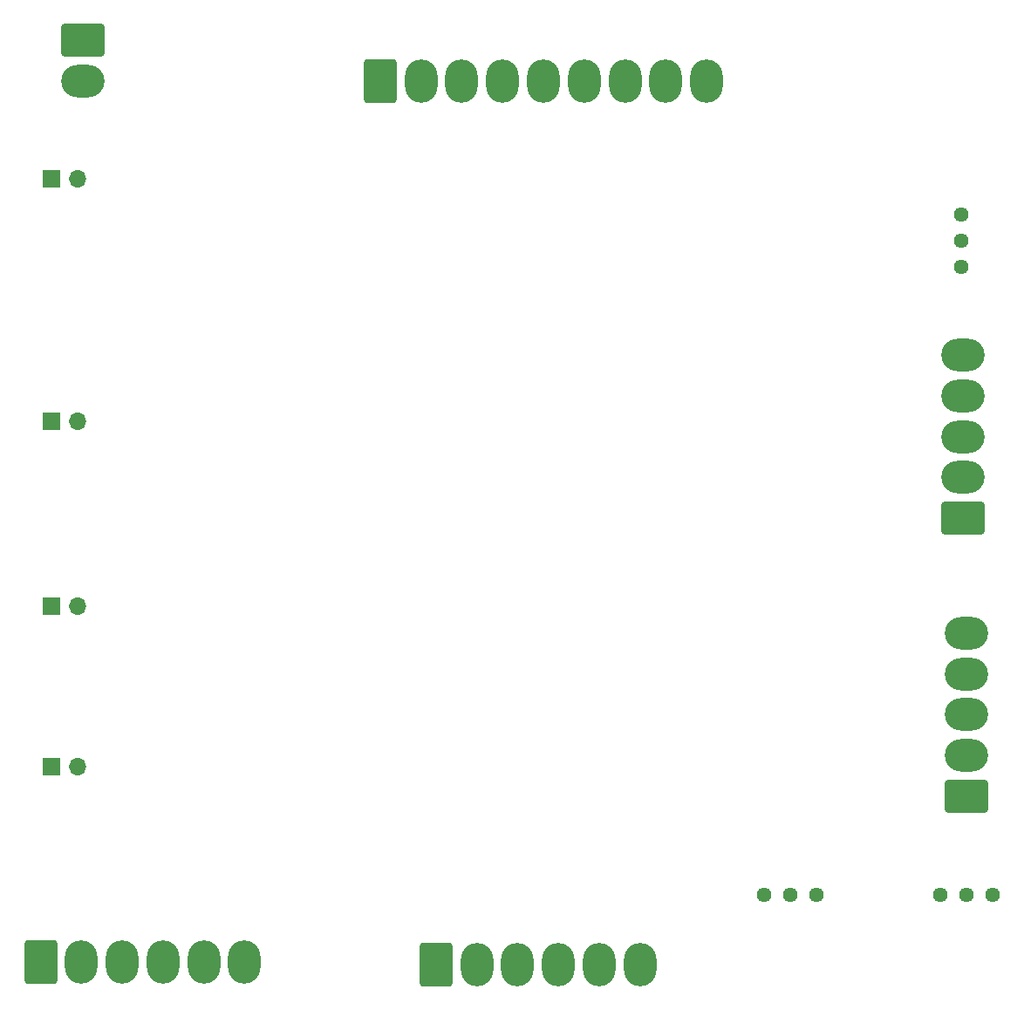
<source format=gbr>
%TF.GenerationSoftware,KiCad,Pcbnew,9.0.0*%
%TF.CreationDate,2025-03-19T21:00:22-07:00*%
%TF.ProjectId,CRT_main_supply_2,4352545f-6d61-4696-9e5f-737570706c79,rev?*%
%TF.SameCoordinates,Original*%
%TF.FileFunction,Soldermask,Bot*%
%TF.FilePolarity,Negative*%
%FSLAX46Y46*%
G04 Gerber Fmt 4.6, Leading zero omitted, Abs format (unit mm)*
G04 Created by KiCad (PCBNEW 9.0.0) date 2025-03-19 21:00:22*
%MOMM*%
%LPD*%
G01*
G04 APERTURE LIST*
G04 Aperture macros list*
%AMRoundRect*
0 Rectangle with rounded corners*
0 $1 Rounding radius*
0 $2 $3 $4 $5 $6 $7 $8 $9 X,Y pos of 4 corners*
0 Add a 4 corners polygon primitive as box body*
4,1,4,$2,$3,$4,$5,$6,$7,$8,$9,$2,$3,0*
0 Add four circle primitives for the rounded corners*
1,1,$1+$1,$2,$3*
1,1,$1+$1,$4,$5*
1,1,$1+$1,$6,$7*
1,1,$1+$1,$8,$9*
0 Add four rect primitives between the rounded corners*
20,1,$1+$1,$2,$3,$4,$5,0*
20,1,$1+$1,$4,$5,$6,$7,0*
20,1,$1+$1,$6,$7,$8,$9,0*
20,1,$1+$1,$8,$9,$2,$3,0*%
G04 Aperture macros list end*
%ADD10R,1.700000X1.700000*%
%ADD11O,1.700000X1.700000*%
%ADD12RoundRect,0.250000X-1.330000X-1.850000X1.330000X-1.850000X1.330000X1.850000X-1.330000X1.850000X0*%
%ADD13O,3.160000X4.200000*%
%ADD14C,1.440000*%
%ADD15RoundRect,0.250000X-1.850000X1.330000X-1.850000X-1.330000X1.850000X-1.330000X1.850000X1.330000X0*%
%ADD16O,4.200000X3.160000*%
%ADD17RoundRect,0.250000X1.850000X-1.330000X1.850000X1.330000X-1.850000X1.330000X-1.850000X-1.330000X0*%
G04 APERTURE END LIST*
D10*
%TO.C,J2*%
X107225000Y-128000000D03*
D11*
X109765000Y-128000000D03*
%TD*%
D10*
%TO.C,J1*%
X107225000Y-112500000D03*
D11*
X109765000Y-112500000D03*
%TD*%
D12*
%TO.C,J4*%
X106160000Y-147000000D03*
D13*
X110120000Y-147000000D03*
X114080000Y-147000000D03*
X118040000Y-147000000D03*
X122000000Y-147000000D03*
X125960000Y-147000000D03*
%TD*%
D14*
%TO.C,RV2*%
X193450000Y-140500000D03*
X195990000Y-140500000D03*
X198530000Y-140500000D03*
%TD*%
%TO.C,RV1*%
X195500000Y-74460000D03*
X195500000Y-77000000D03*
X195500000Y-79540000D03*
%TD*%
D15*
%TO.C,J9*%
X110275000Y-57520000D03*
D16*
X110275000Y-61480000D03*
%TD*%
D10*
%TO.C,J8*%
X107225000Y-94500000D03*
D11*
X109765000Y-94500000D03*
%TD*%
D17*
%TO.C,J6*%
X195725000Y-103920000D03*
D16*
X195725000Y-99960000D03*
X195725000Y-96000000D03*
X195725000Y-92040000D03*
X195725000Y-88080000D03*
%TD*%
D10*
%TO.C,J7*%
X107225000Y-71000000D03*
D11*
X109765000Y-71000000D03*
%TD*%
D12*
%TO.C,J10*%
X144540000Y-147225000D03*
D13*
X148500000Y-147225000D03*
X152460000Y-147225000D03*
X156420000Y-147225000D03*
X160380000Y-147225000D03*
X164340000Y-147225000D03*
%TD*%
D17*
%TO.C,J5*%
X196000000Y-130920000D03*
D16*
X196000000Y-126960000D03*
X196000000Y-123000000D03*
X196000000Y-119040000D03*
X196000000Y-115080000D03*
%TD*%
D14*
%TO.C,RV3*%
X176420000Y-140500000D03*
X178960000Y-140500000D03*
X181500000Y-140500000D03*
%TD*%
D12*
%TO.C,J3*%
X139120000Y-61500000D03*
D13*
X143080000Y-61500000D03*
X147040000Y-61500000D03*
X151000000Y-61500000D03*
X154960000Y-61500000D03*
X158920000Y-61500000D03*
X162880000Y-61500000D03*
X166840000Y-61500000D03*
X170800000Y-61500000D03*
%TD*%
M02*

</source>
